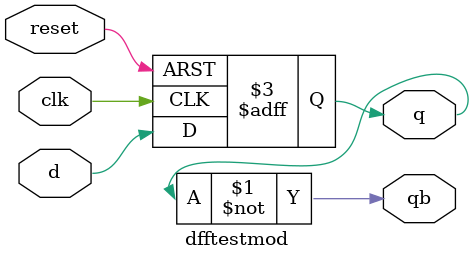
<source format=v>
module dfftestmod(clk, reset, d, q, qb);
	input clk;
	input reset;
	input d;
	output q;
	output qb;
	reg q;
	
	assign qb = ~q;
	
	always @(posedge clk or posedge reset)
	begin
		if (reset)
			begin
				// Asynchronous reset when reset goes high
				q <= 1'b0;
			end
		else
			begin
				// Assign D to Q on positive clock edge
				q <= d;
			end
	end
endmodule
</source>
